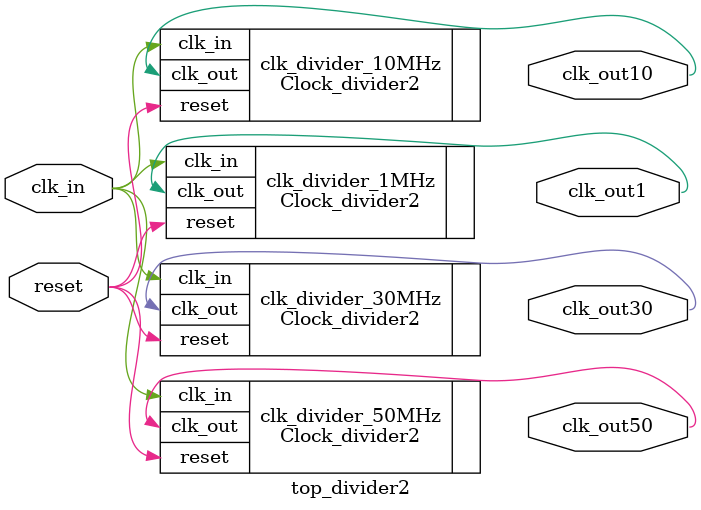
<source format=sv>
`timescale 1ns / 1ps


module top_divider2( 
input logic clk_in, reset,
output logic clk_out50,clk_out30,clk_out10,clk_out1
);

Clock_divider2 #(100, 50) clk_divider_50MHz 
(.clk_in(clk_in), 
.reset(reset),
.clk_out(clk_out50));

Clock_divider2 #(100, 30) clk_divider_30MHz 
(.clk_in(clk_in),
.reset(reset),
 .clk_out(clk_out30));
 
 Clock_divider2 #(100, 10) clk_divider_10MHz 
 (.clk_in(clk_in), 
 .reset(reset),
 .clk_out(clk_out10));
 
 Clock_divider2 #(100, 1) clk_divider_1MHz 
 (.clk_in(clk_in),
 .reset(reset),
  .clk_out(clk_out1));
endmodule


</source>
